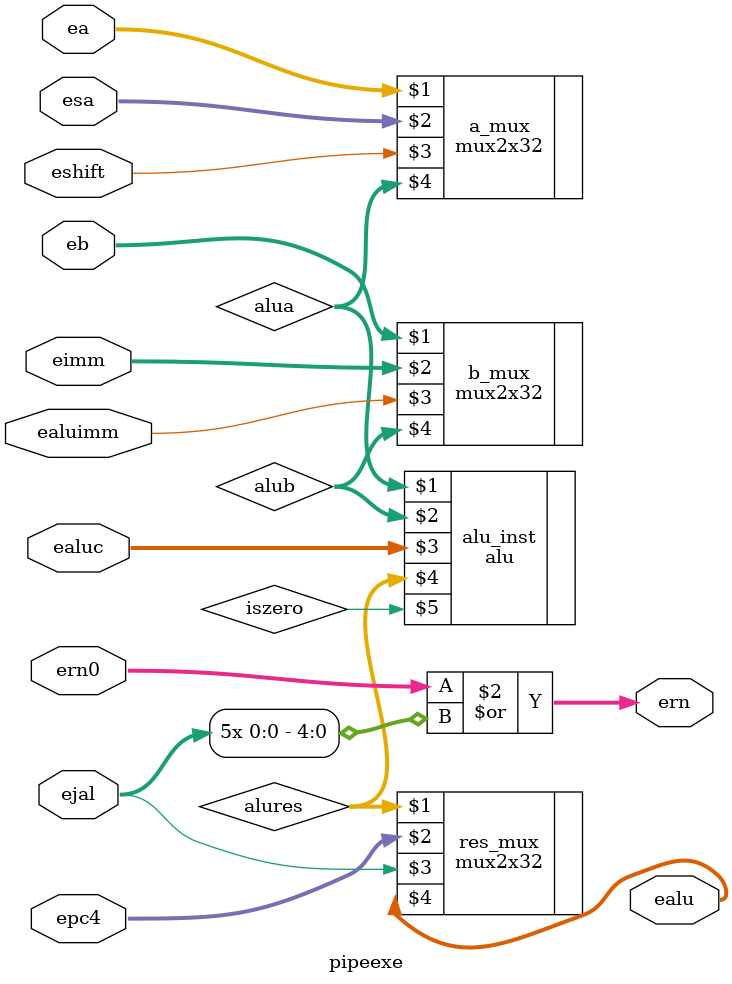
<source format=v>
module pipeexe( ealuc,ealuimm,ea,eb,eimm, esa, eshift,ern0,epc4,ejal,ern,ealu);
	input [3:0] ealuc;
	input [31:0] ea, eb, eimm, esa, epc4;
	input [4:0] ern0;
	input ealuimm, eshift, ejal;
	output [4:0] ern;
	output [31:0] ealu;
	wire  [31:0] alua, alub, alures;
	wire  [31:0] epc8 = epc4 + 4;
	wire  [4:0] ern = ern0 | {5{ejal}};
	wire  iszero;
	
	mux2x32 a_mux(ea, esa, eshift, alua);
	mux2x32 b_mux(eb, eimm, ealuimm, alub);
	alu alu_inst(alua, alub, ealuc, alures, iszero);
	//mux2x32 res_mux(alures, epc8, ejal, ealu);
	mux2x32 res_mux(alures, epc4, ejal, ealu);
endmodule 
</source>
